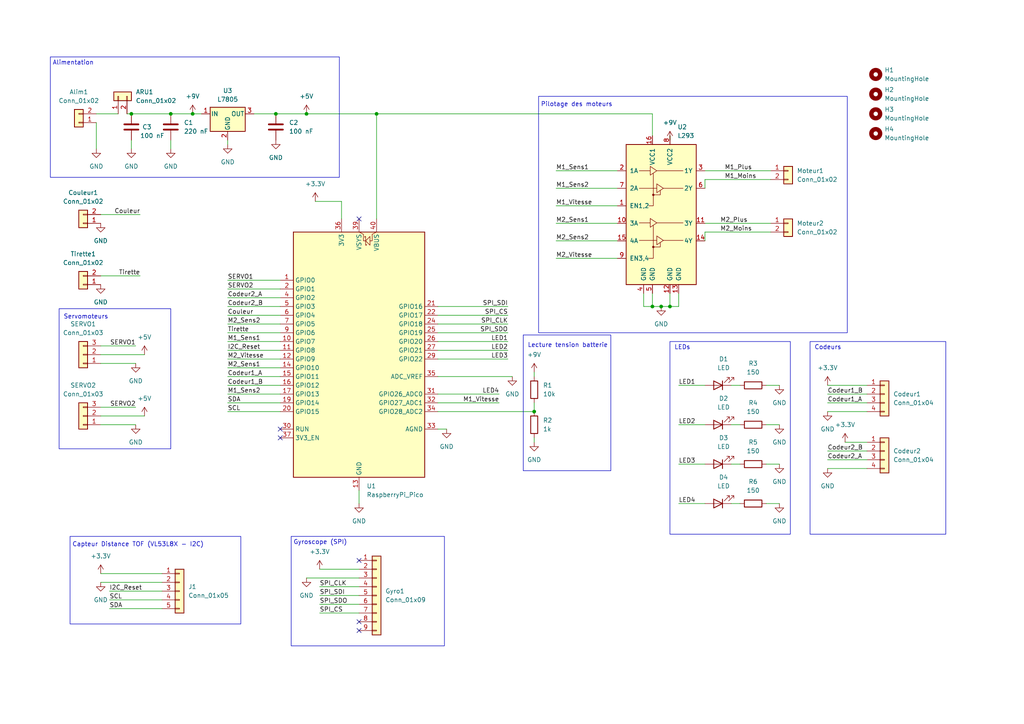
<source format=kicad_sch>
(kicad_sch (version 20230121) (generator eeschema)
  (paper "A4")
  (lib_symbols
    (symbol "Connector_Generic:Conn_01x02" (pin_names (offset 1.016) hide)
      (property "Reference" "J" (at 0 2.54 0))
      (property "Value" "Conn_01x02" (at 0 -5.08 0))
      (symbol "Conn_01x02_1_1"
        (rectangle (start -1.27 -2.413) (end 0 -2.667) (stroke (width 0.1524)))
        (rectangle (start -1.27 0.127) (end 0 -0.127) (stroke (width 0.1524)))
        (rectangle (start -1.27 1.27) (end 1.27 -3.81) (stroke (width 0.254)) (fill (type background)))
        (pin passive line (at -5.08 0 0) (length 3.81) (name "Pin_1") (number "1"))
        (pin passive line (at -5.08 -2.54 0) (length 3.81) (name "Pin_2") (number "2"))
      )
    )
    (symbol "Connector_Generic:Conn_01x03" (pin_names (offset 1.016) hide)
      (property "Reference" "J" (at 0 5.08 0))
      (property "Value" "Conn_01x03" (at 0 -5.08 0))
      (symbol "Conn_01x03_1_1"
        (rectangle (start -1.27 -2.413) (end 0 -2.667) (stroke (width 0.1524)))
        (rectangle (start -1.27 0.127) (end 0 -0.127) (stroke (width 0.1524)))
        (rectangle (start -1.27 2.667) (end 0 2.413) (stroke (width 0.1524)))
        (rectangle (start -1.27 3.81) (end 1.27 -3.81) (stroke (width 0.254)) (fill (type background)))
        (pin passive line (at -5.08 2.54 0) (length 3.81) (name "Pin_1") (number "1"))
        (pin passive line (at -5.08 0 0) (length 3.81) (name "Pin_2") (number "2"))
        (pin passive line (at -5.08 -2.54 0) (length 3.81) (name "Pin_3") (number "3"))
      )
    )
    (symbol "Connector_Generic:Conn_01x04" (pin_names (offset 1.016) hide)
      (property "Reference" "J" (at 0 5.08 0))
      (property "Value" "Conn_01x04" (at 0 -7.62 0))
      (symbol "Conn_01x04_1_1"
        (rectangle (start -1.27 -4.953) (end 0 -5.207) (stroke (width 0.1524)))
        (rectangle (start -1.27 -2.413) (end 0 -2.667) (stroke (width 0.1524)))
        (rectangle (start -1.27 0.127) (end 0 -0.127) (stroke (width 0.1524)))
        (rectangle (start -1.27 2.667) (end 0 2.413) (stroke (width 0.1524)))
        (rectangle (start -1.27 3.81) (end 1.27 -6.35) (stroke (width 0.254)) (fill (type background)))
        (pin passive line (at -5.08 2.54 0) (length 3.81) (name "Pin_1") (number "1"))
        (pin passive line (at -5.08 0 0) (length 3.81) (name "Pin_2") (number "2"))
        (pin passive line (at -5.08 -2.54 0) (length 3.81) (name "Pin_3") (number "3"))
        (pin passive line (at -5.08 -5.08 0) (length 3.81) (name "Pin_4") (number "4"))
      )
    )
    (symbol "Connector_Generic:Conn_01x05" (pin_names (offset 1.016) hide)
      (property "Reference" "J" (at 0 7.62 0))
      (property "Value" "Conn_01x05" (at 0 -7.62 0))
      (symbol "Conn_01x05_1_1"
        (rectangle (start -1.27 -4.953) (end 0 -5.207) (stroke (width 0.1524)))
        (rectangle (start -1.27 -2.413) (end 0 -2.667) (stroke (width 0.1524)))
        (rectangle (start -1.27 0.127) (end 0 -0.127) (stroke (width 0.1524)))
        (rectangle (start -1.27 2.667) (end 0 2.413) (stroke (width 0.1524)))
        (rectangle (start -1.27 5.207) (end 0 4.953) (stroke (width 0.1524)))
        (rectangle (start -1.27 6.35) (end 1.27 -6.35) (stroke (width 0.254)) (fill (type background)))
        (pin passive line (at -5.08 5.08 0) (length 3.81) (name "Pin_1") (number "1"))
        (pin passive line (at -5.08 2.54 0) (length 3.81) (name "Pin_2") (number "2"))
        (pin passive line (at -5.08 0 0) (length 3.81) (name "Pin_3") (number "3"))
        (pin passive line (at -5.08 -2.54 0) (length 3.81) (name "Pin_4") (number "4"))
        (pin passive line (at -5.08 -5.08 0) (length 3.81) (name "Pin_5") (number "5"))
      )
    )
    (symbol "Connector_Generic:Conn_01x09" (pin_names (offset 1.016) hide)
      (property "Reference" "J" (at 0 12.7 0))
      (property "Value" "Conn_01x09" (at 0 -12.7 0))
      (symbol "Conn_01x09_1_1"
        (rectangle (start -1.27 -10.033) (end 0 -10.287) (stroke (width 0.1524)))
        (rectangle (start -1.27 -7.493) (end 0 -7.747) (stroke (width 0.1524)))
        (rectangle (start -1.27 -4.953) (end 0 -5.207) (stroke (width 0.1524)))
        (rectangle (start -1.27 -2.413) (end 0 -2.667) (stroke (width 0.1524)))
        (rectangle (start -1.27 0.127) (end 0 -0.127) (stroke (width 0.1524)))
        (rectangle (start -1.27 2.667) (end 0 2.413) (stroke (width 0.1524)))
        (rectangle (start -1.27 5.207) (end 0 4.953) (stroke (width 0.1524)))
        (rectangle (start -1.27 7.747) (end 0 7.493) (stroke (width 0.1524)))
        (rectangle (start -1.27 10.287) (end 0 10.033) (stroke (width 0.1524)))
        (rectangle (start -1.27 11.43) (end 1.27 -11.43) (stroke (width 0.254)) (fill (type background)))
        (pin passive line (at -5.08 10.16 0) (length 3.81) (name "Pin_1") (number "1"))
        (pin passive line (at -5.08 7.62 0) (length 3.81) (name "Pin_2") (number "2"))
        (pin passive line (at -5.08 5.08 0) (length 3.81) (name "Pin_3") (number "3"))
        (pin passive line (at -5.08 2.54 0) (length 3.81) (name "Pin_4") (number "4"))
        (pin passive line (at -5.08 0 0) (length 3.81) (name "Pin_5") (number "5"))
        (pin passive line (at -5.08 -2.54 0) (length 3.81) (name "Pin_6") (number "6"))
        (pin passive line (at -5.08 -5.08 0) (length 3.81) (name "Pin_7") (number "7"))
        (pin passive line (at -5.08 -7.62 0) (length 3.81) (name "Pin_8") (number "8"))
        (pin passive line (at -5.08 -10.16 0) (length 3.81) (name "Pin_9") (number "9"))
      )
    )
    (symbol "Device:C" (pin_numbers hide) (pin_names (offset 0.254))
      (property "Reference" "C" (at 0.635 2.54 0))
      (property "Value" "C" (at 0.635 -2.54 0))
      (symbol "C_0_1"
        (polyline (pts (xy -2.032 -0.762) (xy 2.032 -0.762)) (stroke (width 0.508)))
        (polyline (pts (xy -2.032 0.762) (xy 2.032 0.762)) (stroke (width 0.508)))
      )
      (symbol "C_1_1"
        (pin passive line (at 0 3.81 270) (length 2.794) (name "~") (number "1"))
        (pin passive line (at 0 -3.81 90) (length 2.794) (name "~") (number "2"))
      )
    )
    (symbol "Device:LED" (pin_numbers hide) (pin_names (offset 1.016) hide)
      (property "Reference" "D" (at 0 2.54 0))
      (property "Value" "LED" (at 0 -2.54 0))
      (symbol "LED_0_1"
        (polyline (pts (xy -1.27 -1.27) (xy -1.27 1.27)) (stroke (width 0.254)))
        (polyline (pts (xy -1.27 0) (xy 1.27 0)))
        (polyline (pts (xy 1.27 -1.27) (xy 1.27 1.27) (xy -1.27 0) (xy 1.27 -1.27)) (stroke (width 0.254)))
        (polyline (pts (xy -3.048 -0.762) (xy -4.572 -2.286) (xy -3.81 -2.286) (xy -4.572 -2.286) (xy -4.572 -1.524)))
        (polyline (pts (xy -1.778 -0.762) (xy -3.302 -2.286) (xy -2.54 -2.286) (xy -3.302 -2.286) (xy -3.302 -1.524)))
      )
      (symbol "LED_1_1"
        (pin passive line (at -3.81 0 0) (length 2.54) (name "K") (number "1"))
        (pin passive line (at 3.81 0 180) (length 2.54) (name "A") (number "2"))
      )
    )
    (symbol "Device:R" (pin_numbers hide) (pin_names (offset 0))
      (property "Reference" "R" (at 2.032 0 90))
      (property "Value" "R" (at 0 0 90))
      (symbol "R_0_1"
        (rectangle (start -1.016 -2.54) (end 1.016 2.54) (stroke (width 0.254)))
      )
      (symbol "R_1_1"
        (pin passive line (at 0 3.81 270) (length 1.27) (name "~") (number "1"))
        (pin passive line (at 0 -3.81 90) (length 1.27) (name "~") (number "2"))
      )
    )
    (symbol "Driver_Motor:L293" (pin_names (offset 1.016))
      (property "Reference" "U" (at -5.08 26.035 0))
      (property "Value" "L293" (at -5.08 24.13 0))
      (symbol "L293_0_1"
        (rectangle (start -10.16 22.86) (end 10.16 -17.78) (stroke (width 0.254)) (fill (type background)))
        (circle (center -2.286 -6.858) (radius 0.254) (fill (type outline)))
        (circle (center -2.286 8.255) (radius 0.254) (fill (type outline)))
        (polyline (pts (xy -6.35 -4.953) (xy -1.27 -4.953)))
        (polyline (pts (xy -6.35 0.127) (xy -3.175 0.127)))
        (polyline (pts (xy -6.35 10.16) (xy -1.27 10.16)))
        (polyline (pts (xy -6.35 15.24) (xy -3.175 15.24)))
        (polyline (pts (xy -1.27 0.127) (xy 6.35 0.127)))
        (polyline (pts (xy -1.27 15.24) (xy 6.35 15.24)))
        (polyline (pts (xy 0.635 -4.953) (xy 6.35 -4.953)))
        (polyline (pts (xy 0.635 10.16) (xy 6.35 10.16)))
        (polyline (pts (xy -2.286 -6.858) (xy -0.254 -6.858) (xy -0.254 -5.588)))
        (polyline (pts (xy -2.286 -0.635) (xy -2.286 -10.16) (xy -3.556 -10.16)))
        (polyline (pts (xy -2.286 8.255) (xy -0.254 8.255) (xy -0.254 9.525)))
        (polyline (pts (xy -2.286 14.478) (xy -2.286 5.08) (xy -3.556 5.08)))
        (polyline (pts (xy -3.175 1.397) (xy -3.175 -1.143) (xy -1.27 0.127) (xy -3.175 1.397)))
        (polyline (pts (xy -3.175 16.51) (xy -3.175 13.97) (xy -1.27 15.24) (xy -3.175 16.51)))
        (polyline (pts (xy -1.27 -3.683) (xy -1.27 -6.223) (xy 0.635 -4.953) (xy -1.27 -3.683)))
        (polyline (pts (xy -1.27 11.43) (xy -1.27 8.89) (xy 0.635 10.16) (xy -1.27 11.43)))
      )
      (symbol "L293_1_1"
        (pin input line (at -12.7 5.08 0) (length 2.54) (name "EN1,2") (number "1"))
        (pin input line (at -12.7 0 0) (length 2.54) (name "3A") (number "10"))
        (pin output line (at 12.7 0 180) (length 2.54) (name "3Y") (number "11"))
        (pin power_in line (at 2.54 -20.32 90) (length 2.54) (name "GND") (number "12"))
        (pin power_in line (at 5.08 -20.32 90) (length 2.54) (name "GND") (number "13"))
        (pin output line (at 12.7 -5.08 180) (length 2.54) (name "4Y") (number "14"))
        (pin input line (at -12.7 -5.08 0) (length 2.54) (name "4A") (number "15"))
        (pin power_in line (at -2.54 25.4 270) (length 2.54) (name "VCC1") (number "16"))
        (pin input line (at -12.7 15.24 0) (length 2.54) (name "1A") (number "2"))
        (pin output line (at 12.7 15.24 180) (length 2.54) (name "1Y") (number "3"))
        (pin power_in line (at -5.08 -20.32 90) (length 2.54) (name "GND") (number "4"))
        (pin power_in line (at -2.54 -20.32 90) (length 2.54) (name "GND") (number "5"))
        (pin output line (at 12.7 10.16 180) (length 2.54) (name "2Y") (number "6"))
        (pin input line (at -12.7 10.16 0) (length 2.54) (name "2A") (number "7"))
        (pin power_in line (at 2.54 25.4 270) (length 2.54) (name "VCC2") (number "8"))
        (pin input line (at -12.7 -10.16 0) (length 2.54) (name "EN3,4") (number "9"))
      )
    )
    (symbol "Mechanical:MountingHole" (pin_names (offset 1.016))
      (property "Reference" "H" (at 0 5.08 0))
      (property "Value" "MountingHole" (at 0 3.175 0))
      (symbol "MountingHole_0_1"
        (circle (center 0 0) (radius 1.27) (stroke (width 1.27)))
      )
    )
    (symbol "Regulator_Linear:L7805" (pin_names (offset 0.254))
      (property "Reference" "U" (at -3.81 3.175 0))
      (property "Value" "L7805" (at 0 3.175 0))
      (symbol "L7805_0_1"
        (rectangle (start -5.08 1.905) (end 5.08 -5.08) (stroke (width 0.254)) (fill (type background)))
      )
      (symbol "L7805_1_1"
        (pin power_in line (at -7.62 0 0) (length 2.54) (name "IN") (number "1"))
        (pin power_in line (at 0 -7.62 90) (length 2.54) (name "GND") (number "2"))
        (pin power_out line (at 7.62 0 180) (length 2.54) (name "OUT") (number "3"))
      )
    )
    (symbol "Rpi Pico:RaspberryPi_Pico"
      (property "Reference" "U" (at -19.05 38.1 0))
      (property "Value" "RaspberryPi_Pico" (at 7.62 38.1 0))
      (symbol "RaspberryPi_Pico_0_1"
        (rectangle (start -19.05 36.83) (end 19.05 -34.29) (stroke (width 0.254)) (fill (type background)))
        (polyline (pts (xy 0 36.83) (xy 1.27 36.195) (xy 1.27 34.29) (xy 1.905 34.29)))
        (polyline (pts (xy 1.905 34.29) (xy 3.175 35.56) (xy 3.175 33.02) (xy 1.905 34.29)))
        (polyline (pts (xy 5.08 36.83) (xy 3.81 36.195) (xy 3.81 34.29) (xy 3.175 34.29)))
        (polyline (pts (xy 1.651 35.306) (xy 1.651 35.56) (xy 1.905 35.56) (xy 1.905 33.02) (xy 2.159 33.02) (xy 2.159 33.274)))
      )
      (symbol "RaspberryPi_Pico_1_1"
        (pin bidirectional line (at -22.86 22.86 0) (length 3.81) (name "GPIO0") (number "1"))
        (pin bidirectional line (at -22.86 5.08 0) (length 3.81) (name "GPIO7") (number "10"))
        (pin bidirectional line (at -22.86 2.54 0) (length 3.81) (name "GPIO8") (number "11"))
        (pin bidirectional line (at -22.86 0 0) (length 3.81) (name "GPIO9") (number "12"))
        (pin power_out line (at 0 -38.1 90) (length 3.81) (name "GND") (number "13"))
        (pin bidirectional line (at -22.86 -2.54 0) (length 3.81) (name "GPIO10") (number "14"))
        (pin bidirectional line (at -22.86 -5.08 0) (length 3.81) (name "GPIO11") (number "15"))
        (pin bidirectional line (at -22.86 -7.62 0) (length 3.81) (name "GPIO12") (number "16"))
        (pin bidirectional line (at -22.86 -10.16 0) (length 3.81) (name "GPIO13") (number "17"))
        (pin passive line (at 0 -38.1 90) (length 3.81) hide (name "GND") (number "18"))
        (pin bidirectional line (at -22.86 -12.7 0) (length 3.81) (name "GPIO14") (number "19"))
        (pin bidirectional line (at -22.86 20.32 0) (length 3.81) (name "GPIO1") (number "2"))
        (pin bidirectional line (at -22.86 -15.24 0) (length 3.81) (name "GPIO15") (number "20"))
        (pin bidirectional line (at 22.86 15.24 180) (length 3.81) (name "GPIO16") (number "21"))
        (pin bidirectional line (at 22.86 12.7 180) (length 3.81) (name "GPIO17") (number "22"))
        (pin passive line (at 0 -38.1 90) (length 3.81) hide (name "GND") (number "23"))
        (pin bidirectional line (at 22.86 10.16 180) (length 3.81) (name "GPIO18") (number "24"))
        (pin bidirectional line (at 22.86 7.62 180) (length 3.81) (name "GPIO19") (number "25"))
        (pin bidirectional line (at 22.86 5.08 180) (length 3.81) (name "GPIO20") (number "26"))
        (pin bidirectional line (at 22.86 2.54 180) (length 3.81) (name "GPIO21") (number "27"))
        (pin passive line (at 0 -38.1 90) (length 3.81) hide (name "GND") (number "28"))
        (pin bidirectional line (at 22.86 0 180) (length 3.81) (name "GPIO22") (number "29"))
        (pin passive line (at 0 -38.1 90) (length 3.81) hide (name "GND") (number "3"))
        (pin input line (at -22.86 -20.32 0) (length 3.81) (name "RUN") (number "30"))
        (pin bidirectional line (at 22.86 -10.16 180) (length 3.81) (name "GPIO26_ADC0") (number "31"))
        (pin bidirectional line (at 22.86 -12.7 180) (length 3.81) (name "GPIO27_ADC1") (number "32"))
        (pin power_in line (at 22.86 -20.32 180) (length 3.81) (name "AGND") (number "33"))
        (pin bidirectional line (at 22.86 -15.24 180) (length 3.81) (name "GPIO28_ADC2") (number "34"))
        (pin power_in line (at 22.86 -5.08 180) (length 3.81) (name "ADC_VREF") (number "35"))
        (pin power_out line (at -5.08 40.64 270) (length 3.81) (name "3V3") (number "36"))
        (pin input line (at -22.86 -22.86 0) (length 3.81) (name "3V3_EN") (number "37"))
        (pin passive line (at 0 -38.1 90) (length 3.81) hide (name "GND") (number "38"))
        (pin power_in line (at 0 40.64 270) (length 3.81) (name "VSYS") (number "39"))
        (pin bidirectional line (at -22.86 17.78 0) (length 3.81) (name "GPIO2") (number "4"))
        (pin power_out line (at 5.08 40.64 270) (length 3.81) (name "VBUS") (number "40"))
        (pin bidirectional line (at -22.86 15.24 0) (length 3.81) (name "GPIO3") (number "5"))
        (pin bidirectional line (at -22.86 12.7 0) (length 3.81) (name "GPIO4") (number "6"))
        (pin bidirectional line (at -22.86 10.16 0) (length 3.81) (name "GPIO5") (number "7"))
        (pin passive line (at 0 -38.1 90) (length 3.81) hide (name "GND") (number "8"))
        (pin bidirectional line (at -22.86 7.62 0) (length 3.81) (name "GPIO6") (number "9"))
      )
    )
    (symbol "power:+3.3V" (power) (pin_names (offset 0))
      (property "Value" "+3.3V" (at 0 3.556 0))
      (symbol "+3.3V_0_1"
        (polyline (pts (xy -0.762 1.27) (xy 0 2.54)))
        (polyline (pts (xy 0 0) (xy 0 2.54)))
        (polyline (pts (xy 0 2.54) (xy 0.762 1.27)))
      )
      (symbol "+3.3V_1_1"
        (pin power_in line (at 0 0 90) (length 0) hide (name "+3.3V") (number "1"))
      )
    )
    (symbol "power:+5V" (power) (pin_names (offset 0))
      (property "Value" "+5V" (at 0 3.556 0))
      (symbol "+5V_0_1"
        (polyline (pts (xy -0.762 1.27) (xy 0 2.54)))
        (polyline (pts (xy 0 0) (xy 0 2.54)))
        (polyline (pts (xy 0 2.54) (xy 0.762 1.27)))
      )
      (symbol "+5V_1_1"
        (pin power_in line (at 0 0 90) (length 0) hide (name "+5V") (number "1"))
      )
    )
    (symbol "power:+9V" (power) (pin_names (offset 0))
      (property "Value" "+9V" (at 0 3.556 0))
      (symbol "+9V_0_1"
        (polyline (pts (xy -0.762 1.27) (xy 0 2.54)))
        (polyline (pts (xy 0 0) (xy 0 2.54)))
        (polyline (pts (xy 0 2.54) (xy 0.762 1.27)))
      )
      (symbol "+9V_1_1"
        (pin power_in line (at 0 0 90) (length 0) hide (name "+9V") (number "1"))
      )
    )
    (symbol "power:GND" (power) (pin_names (offset 0))
      (property "Value" "GND" (at 0 -3.81 0))
      (symbol "GND_0_1"
        (polyline (pts (xy 0 0) (xy 0 -1.27) (xy 1.27 -1.27) (xy 0 -2.54) (xy -1.27 -1.27) (xy 0 -1.27)))
      )
      (symbol "GND_1_1"
        (pin power_in line (at 0 0 270) (length 0) hide (name "GND") (number "1"))
      )
    )
  )
  (junction (at 191.77 88.9))
  (junction (at 38.1 33.02))
  (junction (at 109.22 33.02))
  (junction (at 49.53 33.02))
  (junction (at 189.23 88.9))
  (junction (at 154.94 119.38))
  (junction (at 194.31 88.9))
  (junction (at 80.01 33.02))
  (junction (at 55.88 33.02))
  (junction (at 88.9 33.02))
  (no_connect (at 104.14 162.56))
  (no_connect (at 81.28 127))
  (no_connect (at 81.28 124.46))
  (no_connect (at 104.14 180.34))
  (no_connect (at 104.14 182.88))
  (no_connect (at 104.14 63.5))
  (wire (pts (xy 66.04 93.98) (xy 81.28 93.98)))
  (wire (pts (xy 66.04 104.14) (xy 81.28 104.14)))
  (wire (pts (xy 186.69 88.9) (xy 189.23 88.9)))
  (wire (pts (xy 186.69 85.09) (xy 186.69 88.9)))
  (wire (pts (xy 127 91.44) (xy 147.32 91.44)))
  (wire (pts (xy 154.94 116.84) (xy 154.94 119.38)))
  (wire (pts (xy 212.09 146.05) (xy 214.63 146.05)))
  (wire (pts (xy 27.94 35.56) (xy 27.94 43.18)))
  (wire (pts (xy 73.66 33.02) (xy 80.01 33.02)))
  (wire (pts (xy 127 116.84) (xy 144.78 116.84)))
  (wire (pts (xy 88.9 167.64) (xy 104.14 167.64)))
  (wire (pts (xy 204.47 64.77) (xy 223.52 64.77)))
  (wire (pts (xy 38.1 43.18) (xy 38.1 40.64)))
  (wire (pts (xy 66.04 101.6) (xy 81.28 101.6)))
  (wire (pts (xy 196.85 88.9) (xy 196.85 85.09)))
  (wire (pts (xy 92.71 170.18) (xy 104.14 170.18)))
  (wire (pts (xy 92.71 172.72) (xy 104.14 172.72)))
  (wire (pts (xy 29.21 80.01) (xy 40.64 80.01)))
  (wire (pts (xy 66.04 91.44) (xy 81.28 91.44)))
  (wire (pts (xy 240.03 119.38) (xy 251.46 119.38)))
  (wire (pts (xy 212.09 123.19) (xy 214.63 123.19)))
  (wire (pts (xy 66.04 83.82) (xy 81.28 83.82)))
  (wire (pts (xy 161.29 54.61) (xy 179.07 54.61)))
  (wire (pts (xy 240.03 114.3) (xy 251.46 114.3)))
  (wire (pts (xy 127 104.14) (xy 147.32 104.14)))
  (wire (pts (xy 127 109.22) (xy 148.59 109.22)))
  (wire (pts (xy 127 101.6) (xy 147.32 101.6)))
  (wire (pts (xy 240.03 116.84) (xy 251.46 116.84)))
  (wire (pts (xy 204.47 49.53) (xy 223.52 49.53)))
  (wire (pts (xy 88.9 33.02) (xy 109.22 33.02)))
  (wire (pts (xy 66.04 116.84) (xy 81.28 116.84)))
  (wire (pts (xy 127 88.9) (xy 147.32 88.9)))
  (wire (pts (xy 196.85 111.76) (xy 204.47 111.76)))
  (wire (pts (xy 226.06 146.05) (xy 222.25 146.05)))
  (wire (pts (xy 189.23 88.9) (xy 191.77 88.9)))
  (wire (pts (xy 36.83 33.02) (xy 38.1 33.02)))
  (wire (pts (xy 92.71 175.26) (xy 104.14 175.26)))
  (wire (pts (xy 161.29 69.85) (xy 179.07 69.85)))
  (wire (pts (xy 161.29 59.69) (xy 179.07 59.69)))
  (wire (pts (xy 191.77 88.9) (xy 194.31 88.9)))
  (wire (pts (xy 226.06 111.76) (xy 222.25 111.76)))
  (wire (pts (xy 127 99.06) (xy 147.32 99.06)))
  (wire (pts (xy 212.09 134.62) (xy 214.63 134.62)))
  (wire (pts (xy 222.25 123.19) (xy 226.06 123.19)))
  (wire (pts (xy 66.04 40.64) (xy 66.04 41.91)))
  (wire (pts (xy 223.52 52.07) (xy 204.47 52.07)))
  (wire (pts (xy 27.94 33.02) (xy 34.29 33.02)))
  (wire (pts (xy 66.04 119.38) (xy 81.28 119.38)))
  (wire (pts (xy 109.22 33.02) (xy 109.22 63.5)))
  (wire (pts (xy 66.04 106.68) (xy 81.28 106.68)))
  (wire (pts (xy 154.94 107.95) (xy 154.94 109.22)))
  (wire (pts (xy 127 93.98) (xy 147.32 93.98)))
  (wire (pts (xy 222.25 134.62) (xy 226.06 134.62)))
  (wire (pts (xy 204.47 67.31) (xy 204.47 69.85)))
  (wire (pts (xy 154.94 127) (xy 154.94 128.27)))
  (wire (pts (xy 29.21 62.23) (xy 40.64 62.23)))
  (wire (pts (xy 189.23 85.09) (xy 189.23 88.9)))
  (wire (pts (xy 127 96.52) (xy 147.32 96.52)))
  (wire (pts (xy 194.31 40.64) (xy 194.31 39.37)))
  (wire (pts (xy 127 114.3) (xy 144.78 114.3)))
  (wire (pts (xy 240.03 135.89) (xy 251.46 135.89)))
  (wire (pts (xy 66.04 114.3) (xy 81.28 114.3)))
  (wire (pts (xy 196.85 146.05) (xy 204.47 146.05)))
  (wire (pts (xy 196.85 123.19) (xy 204.47 123.19)))
  (wire (pts (xy 194.31 88.9) (xy 196.85 88.9)))
  (wire (pts (xy 49.53 40.64) (xy 49.53 43.18)))
  (wire (pts (xy 31.75 176.53) (xy 46.99 176.53)))
  (wire (pts (xy 29.21 102.87) (xy 41.91 102.87)))
  (wire (pts (xy 29.21 168.91) (xy 46.99 168.91)))
  (wire (pts (xy 49.53 33.02) (xy 55.88 33.02)))
  (wire (pts (xy 204.47 52.07) (xy 204.47 54.61)))
  (wire (pts (xy 212.09 111.76) (xy 214.63 111.76)))
  (wire (pts (xy 66.04 86.36) (xy 81.28 86.36)))
  (wire (pts (xy 66.04 109.22) (xy 81.28 109.22)))
  (wire (pts (xy 31.75 171.45) (xy 46.99 171.45)))
  (wire (pts (xy 99.06 63.5) (xy 99.06 58.42)))
  (wire (pts (xy 161.29 64.77) (xy 179.07 64.77)))
  (wire (pts (xy 31.75 173.99) (xy 46.99 173.99)))
  (wire (pts (xy 92.71 177.8) (xy 104.14 177.8)))
  (wire (pts (xy 29.21 123.19) (xy 39.37 123.19)))
  (wire (pts (xy 109.22 33.02) (xy 189.23 33.02)))
  (wire (pts (xy 127 124.46) (xy 129.54 124.46)))
  (wire (pts (xy 66.04 88.9) (xy 81.28 88.9)))
  (wire (pts (xy 29.21 100.33) (xy 39.37 100.33)))
  (wire (pts (xy 66.04 96.52) (xy 81.28 96.52)))
  (wire (pts (xy 240.03 111.76) (xy 251.46 111.76)))
  (wire (pts (xy 194.31 85.09) (xy 194.31 88.9)))
  (wire (pts (xy 104.14 142.24) (xy 104.14 146.05)))
  (wire (pts (xy 91.44 58.42) (xy 99.06 58.42)))
  (wire (pts (xy 196.85 134.62) (xy 204.47 134.62)))
  (wire (pts (xy 204.47 67.31) (xy 223.52 67.31)))
  (wire (pts (xy 161.29 74.93) (xy 179.07 74.93)))
  (wire (pts (xy 66.04 111.76) (xy 81.28 111.76)))
  (wire (pts (xy 55.88 33.02) (xy 58.42 33.02)))
  (wire (pts (xy 240.03 130.81) (xy 251.46 130.81)))
  (wire (pts (xy 189.23 33.02) (xy 189.23 39.37)))
  (wire (pts (xy 161.29 49.53) (xy 179.07 49.53)))
  (wire (pts (xy 29.21 118.11) (xy 39.37 118.11)))
  (wire (pts (xy 66.04 99.06) (xy 81.28 99.06)))
  (wire (pts (xy 127 119.38) (xy 154.94 119.38)))
  (wire (pts (xy 80.01 33.02) (xy 88.9 33.02)))
  (wire (pts (xy 38.1 33.02) (xy 49.53 33.02)))
  (wire (pts (xy 245.11 128.27) (xy 251.46 128.27)))
  (wire (pts (xy 240.03 133.35) (xy 251.46 133.35)))
  (wire (pts (xy 92.71 165.1) (xy 104.14 165.1)))
  (wire (pts (xy 29.21 105.41) (xy 39.37 105.41)))
  (wire (pts (xy 29.21 120.65) (xy 41.91 120.65)))
  (wire (pts (xy 66.04 81.28) (xy 81.28 81.28)))
  (wire (pts (xy 29.21 166.37) (xy 46.99 166.37)))
  (rectangle (start 84.455 155.575) (end 128.905 187.325))
  (rectangle (start 151.765 97.155) (end 177.165 136.525))
  (rectangle (start 156.21 27.94) (end 245.745 96.52))
  (rectangle (start 194.31 99.06) (end 229.235 154.94))
  (rectangle (start 17.145 89.535) (end 49.53 130.175))
  (rectangle (start 234.95 99.06) (end 274.32 154.94))
  (rectangle (start 20.32 155.575) (end 69.85 180.975))
  (rectangle (start 98.425 51.435) (end 14.605 16.51))
  (text "Capteur Distance TOF (VL53L8X - I2C)\n" (at 20.955 158.75 0) (effects (font (size 1.27 1.27)) (justify left bottom)))
  (text "Gyroscope (SPI)\n" (at 85.09 158.115 0) (effects (font (size 1.27 1.27)) (justify left bottom)))
  (text "LEDs\n" (at 195.58 101.6 0) (effects (font (size 1.27 1.27)) (justify left bottom)))
  (text "Pilotage des moteurs" (at 156.845 31.115 0) (effects (font (size 1.27 1.27)) (justify left bottom)))
  (text "Lecture tension batterie" (at 153.035 100.965 0) (effects (font (size 1.27 1.27)) (justify left bottom)))
  (text "Codeurs" (at 236.22 101.6 0) (effects (font (size 1.27 1.27)) (justify left bottom)))
  (text "Servomoteurs" (at 18.415 92.71 0) (effects (font (size 1.27 1.27)) (justify left bottom)))
  (text "Alimentation\n" (at 15.24 19.05 0) (effects (font (size 1.27 1.27)) (justify left bottom)))
  (label "M1_Sens1" (at 66.04 99.06 0))
  (label "M1_Sens2" (at 161.29 54.61 0))
  (label "SPI_SDO" (at 147.32 96.52 180))
  (label "M2_Moins" (at 208.915 67.31 0))
  (label "I2C_Reset" (at 31.75 171.45 0))
  (label "Codeur2_B" (at 240.03 130.81 0))
  (label "Tirette" (at 40.64 80.01 180))
  (label "SPI_CS" (at 147.32 91.44 180))
  (label "Codeur1_A" (at 66.04 109.22 0))
  (label "SPI_SDI" (at 92.71 172.72 0))
  (label "SPI_CLK" (at 147.32 93.98 180))
  (label "Tirette" (at 66.04 96.52 0))
  (label "M2_Sens2" (at 161.29 69.85 0))
  (label "SERVO1" (at 66.04 81.28 0))
  (label "M2_Plus" (at 208.915 64.77 0))
  (label "SERVO1" (at 39.37 100.33 180))
  (label "M2_Sens2" (at 66.04 93.98 0))
  (label "M1_Plus" (at 210.185 49.53 0))
  (label "SPI_SDO" (at 92.71 175.26 0))
  (label "SDA" (at 66.04 116.84 0))
  (label "Couleur" (at 40.64 62.23 180))
  (label "I2C_Reset" (at 66.04 101.6 0))
  (label "M1_Sens1" (at 161.29 49.53 0))
  (label "M2_Vitesse" (at 161.29 74.93 0))
  (label "LED4" (at 144.78 114.3 180))
  (label "Couleur" (at 66.04 91.44 0))
  (label "SPI_CLK" (at 92.71 170.18 0))
  (label "Codeur2_B" (at 66.04 88.9 0))
  (label "LED1" (at 196.85 111.76 0))
  (label "M1_Moins" (at 210.185 52.07 0))
  (label "SCL" (at 66.04 119.38 0))
  (label "LED2" (at 196.85 123.19 0))
  (label "LED1" (at 147.32 99.06 180))
  (label "LED4" (at 196.85 146.05 0))
  (label "SERVO2" (at 66.04 83.82 0))
  (label "Codeur1_A" (at 240.03 116.84 0))
  (label "M1_Vitesse" (at 161.29 59.69 0))
  (label "Codeur1_B" (at 66.04 111.76 0))
  (label "LED3" (at 196.85 134.62 0))
  (label "M1_Vitesse" (at 144.78 116.84 180))
  (label "M1_Sens2" (at 66.04 114.3 0))
  (label "LED3" (at 147.32 104.14 180))
  (label "Codeur1_B" (at 240.03 114.3 0))
  (label "SERVO2" (at 39.37 118.11 180))
  (label "SCL" (at 31.75 173.99 0))
  (label "M2_Sens1" (at 66.04 106.68 0))
  (label "Codeur2_A" (at 66.04 86.36 0))
  (label "LED2" (at 147.32 101.6 180))
  (label "SDA" (at 31.75 176.53 0))
  (label "M2_Vitesse" (at 66.04 104.14 0))
  (label "SPI_CS" (at 92.71 177.8 0))
  (label "Codeur2_A" (at 240.03 133.35 0))
  (label "SPI_SDI" (at 147.32 88.9 180))
  (label "M2_Sens1" (at 161.29 64.77 0))
  (symbol (lib_id "Connector_Generic:Conn_01x04") (at 256.54 130.81 0) (unit 1)
    (property "Reference" "Codeur2" (at 259.08 130.81 0) (effects (justify left)))
    (property "Value" "Conn_01x04" (at 259.08 133.35 0) (effects (justify left)))
    (property "Footprint" "Connector_Molex:Molex_KK-254_AE-6410-04A_1x04_P2.54mm_Vertical" (effects hide))
  )
  (symbol (lib_id "Device:R") (at 154.94 123.19 0) (unit 1)
    (property "Reference" "R2" (at 157.48 121.92 0) (effects (justify left)))
    (property "Value" "1k" (at 157.48 124.46 0) (effects (justify left)))
    (property "Footprint" "Resistor_THT:R_Axial_DIN0207_L6.3mm_D2.5mm_P7.62mm_Horizontal" (effects hide))
  )
  (symbol (lib_id "Mechanical:MountingHole") (at 254 33.02 0) (unit 1)
    (property "Reference" "H3" (at 256.54 31.75 0) (effects (justify left)))
    (property "Value" "MountingHole" (at 256.54 34.29 0) (effects (justify left)))
    (property "Footprint" "MountingHole:MountingHole_3mm" (effects hide))
  )
  (symbol (lib_id "power:GND") (at 66.04 41.91 0) (unit 1)
    (property "Reference" "#PWR02" (effects hide))
    (property "Value" "GND" (at 66.04 46.99 0))
  )
  (symbol (lib_id "Device:R") (at 154.94 113.03 0) (unit 1)
    (property "Reference" "R1" (at 157.48 111.76 0) (effects (justify left)))
    (property "Value" "10k" (at 157.48 114.3 0) (effects (justify left)))
    (property "Footprint" "Resistor_THT:R_Axial_DIN0207_L6.3mm_D2.5mm_P7.62mm_Horizontal" (effects hide))
  )
  (symbol (lib_id "power:+5V") (at 41.91 120.65 0) (unit 1)
    (property "Reference" "#PWR019" (effects hide))
    (property "Value" "+5V" (at 41.91 115.57 0))
  )
  (symbol (lib_id "power:GND") (at 39.37 123.19 0) (unit 1)
    (property "Reference" "#PWR018" (effects hide))
    (property "Value" "GND" (at 39.37 128.27 0))
  )
  (symbol (lib_id "Connector_Generic:Conn_01x02") (at 24.13 82.55 180) (unit 1)
    (property "Reference" "Tirette1" (at 24.13 73.66 0))
    (property "Value" "Conn_01x02" (at 24.13 76.2 0))
    (property "Footprint" "Connector_Molex:Molex_KK-254_AE-6410-02A_1x02_P2.54mm_Vertical" (effects hide))
  )
  (symbol (lib_id "Device:C") (at 49.53 36.83 0) (unit 1)
    (property "Reference" "C1" (at 53.34 35.56 0) (effects (justify left)))
    (property "Value" "220 nF" (at 53.34 38.1 0) (effects (justify left)))
    (property "Footprint" "Capacitor_THT:C_Axial_L3.8mm_D2.6mm_P7.50mm_Horizontal" (effects hide))
  )
  (symbol (lib_id "power:GND") (at 88.9 167.64 0) (unit 1)
    (property "Reference" "#PWR024" (effects hide))
    (property "Value" "GND" (at 88.9 172.72 0))
  )
  (symbol (lib_id "power:GND") (at 226.06 123.19 0) (mirror y) (unit 1)
    (property "Reference" "#PWR031" (effects hide))
    (property "Value" "GND" (at 226.06 128.27 0))
  )
  (symbol (lib_id "power:+9V") (at 194.31 40.64 0) (unit 1)
    (property "Reference" "#PWR04" (effects hide))
    (property "Value" "+9V" (at 194.31 35.56 0))
  )
  (symbol (lib_id "Driver_Motor:L293") (at 191.77 64.77 0) (unit 1)
    (property "Reference" "U2" (at 196.5041 36.83 0) (effects (justify left)))
    (property "Value" "L293" (at 196.5041 39.37 0) (effects (justify left)))
    (property "Footprint" "Package_DIP:DIP-16_W7.62mm" (effects hide))
    (property "Datasheet" "http://www.ti.com/lit/ds/symlink/l293.pdf" (effects hide))
  )
  (symbol (lib_id "Device:LED") (at 208.28 146.05 180) (unit 1)
    (property "Reference" "D4" (at 209.8675 138.43 0))
    (property "Value" "LED" (at 209.8675 140.97 0))
    (property "Footprint" "LED_THT:LED_D3.0mm" (effects hide))
  )
  (symbol (lib_id "Connector_Generic:Conn_01x03") (at 24.13 102.87 180) (unit 1)
    (property "Reference" "SERVO1" (at 24.13 93.98 0))
    (property "Value" "Conn_01x03" (at 24.13 96.52 0))
    (property "Footprint" "Connector_Molex:Molex_KK-254_AE-6410-03A_1x03_P2.54mm_Vertical" (effects hide))
  )
  (symbol (lib_id "power:GND") (at 39.37 105.41 0) (unit 1)
    (property "Reference" "#PWR015" (effects hide))
    (property "Value" "GND" (at 39.37 110.49 0))
  )
  (symbol (lib_id "power:+9V") (at 55.88 33.02 0) (unit 1)
    (property "Reference" "#PWR03" (effects hide))
    (property "Value" "+9V" (at 55.88 27.94 0))
  )
  (symbol (lib_id "power:GND") (at 148.59 109.22 0) (mirror y) (unit 1)
    (property "Reference" "#PWR025" (effects hide))
    (property "Value" "GND" (at 148.59 114.3 0))
  )
  (symbol (lib_id "power:+5V") (at 88.9 33.02 0) (unit 1)
    (property "Reference" "#PWR016" (effects hide))
    (property "Value" "+5V" (at 88.9 27.94 0))
  )
  (symbol (lib_id "Mechanical:MountingHole") (at 254 38.735 0) (unit 1)
    (property "Reference" "H4" (at 256.54 37.465 0) (effects (justify left)))
    (property "Value" "MountingHole" (at 256.54 40.005 0) (effects (justify left)))
    (property "Footprint" "MountingHole:MountingHole_3mm" (effects hide))
  )
  (symbol (lib_id "power:GND") (at 226.06 111.76 0) (mirror y) (unit 1)
    (property "Reference" "#PWR022" (effects hide))
    (property "Value" "GND" (at 226.06 116.84 0))
  )
  (symbol (lib_id "power:GND") (at 240.03 119.38 0) (unit 1)
    (property "Reference" "#PWR020" (effects hide))
    (property "Value" "GND" (at 240.03 124.46 0))
  )
  (symbol (lib_id "Connector_Generic:Conn_01x02") (at 24.13 64.77 180) (unit 1)
    (property "Reference" "Couleur1" (at 24.13 55.88 0))
    (property "Value" "Conn_01x02" (at 24.13 58.42 0))
    (property "Footprint" "Connector_Molex:Molex_KK-254_AE-6410-02A_1x02_P2.54mm_Vertical" (effects hide))
  )
  (symbol (lib_id "power:+3.3V") (at 240.03 111.76 0) (unit 1)
    (property "Reference" "#PWR034" (effects hide))
    (property "Value" "+3.3V" (at 240.03 106.68 0))
  )
  (symbol (lib_id "Connector_Generic:Conn_01x03") (at 24.13 120.65 180) (unit 1)
    (property "Reference" "SERVO2" (at 24.13 111.76 0))
    (property "Value" "Conn_01x03" (at 24.13 114.3 0))
    (property "Footprint" "Connector_Molex:Molex_KK-254_AE-6410-03A_1x03_P2.54mm_Vertical" (effects hide))
  )
  (symbol (lib_id "Connector_Generic:Conn_01x02") (at 34.29 27.94 90) (unit 1)
    (property "Reference" "ARU1" (at 39.37 26.67 90) (effects (justify right)))
    (property "Value" "Conn_01x02" (at 39.37 29.21 90) (effects (justify right)))
    (property "Footprint" "Connector_Molex:Molex_KK-254_AE-6410-02A_1x02_P2.54mm_Vertical" (effects hide))
  )
  (symbol (lib_id "power:GND") (at 240.03 135.89 0) (unit 1)
    (property "Reference" "#PWR021" (effects hide))
    (property "Value" "GND" (at 240.03 140.97 0))
  )
  (symbol (lib_id "Device:LED") (at 208.28 123.19 180) (unit 1)
    (property "Reference" "D2" (at 209.8675 115.57 0))
    (property "Value" "LED" (at 209.8675 118.11 0))
    (property "Footprint" "LED_THT:LED_D3.0mm" (effects hide))
  )
  (symbol (lib_id "power:+3.3V") (at 91.44 58.42 0) (unit 1)
    (property "Reference" "#PWR013" (effects hide))
    (property "Value" "+3.3V" (at 91.44 53.34 0))
  )
  (symbol (lib_id "power:GND") (at 29.21 82.55 0) (unit 1)
    (property "Reference" "#PWR011" (effects hide))
    (property "Value" "GND" (at 29.21 87.63 0))
  )
  (symbol (lib_id "power:+3.3V") (at 92.71 165.1 0) (unit 1)
    (property "Reference" "#PWR023" (effects hide))
    (property "Value" "+3.3V" (at 92.71 160.02 0))
  )
  (symbol (lib_id "power:+5V") (at 41.91 102.87 0) (unit 1)
    (property "Reference" "#PWR017" (effects hide))
    (property "Value" "+5V" (at 41.91 97.79 0))
  )
  (symbol (lib_id "Rpi Pico:RaspberryPi_Pico") (at 104.14 104.14 0) (unit 1)
    (property "Reference" "U1" (at 106.3341 140.97 0) (effects (justify left)))
    (property "Value" "RaspberryPi_Pico" (at 106.3341 143.51 0) (effects (justify left)))
    (property "Footprint" "Rpi Pico:RaspberryPi_Pico_Common_SKY" (effects hide))
    (property "Datasheet" "https://datasheets.raspberrypi.com/pico/pico-datasheet.pdf" (effects hide))
  )
  (symbol (lib_id "Mechanical:MountingHole") (at 254 27.305 0) (unit 1)
    (property "Reference" "H2" (at 256.54 26.035 0) (effects (justify left)))
    (property "Value" "MountingHole" (at 256.54 28.575 0) (effects (justify left)))
    (property "Footprint" "MountingHole:MountingHole_3mm" (effects hide))
  )
  (symbol (lib_id "power:GND") (at 49.53 43.18 0) (unit 1)
    (property "Reference" "#PWR029" (effects hide))
    (property "Value" "GND" (at 49.53 48.26 0))
  )
  (symbol (lib_id "power:GND") (at 226.06 146.05 0) (mirror y) (unit 1)
    (property "Reference" "#PWR033" (effects hide))
    (property "Value" "GND" (at 226.06 151.13 0))
  )
  (symbol (lib_id "power:+3.3V") (at 245.11 128.27 0) (unit 1)
    (property "Reference" "#PWR035" (effects hide))
    (property "Value" "+3.3V" (at 245.11 123.19 0))
  )
  (symbol (lib_id "power:GND") (at 29.21 64.77 0) (unit 1)
    (property "Reference" "#PWR010" (effects hide))
    (property "Value" "GND" (at 29.21 69.85 0))
  )
  (symbol (lib_id "Device:LED") (at 208.28 134.62 180) (unit 1)
    (property "Reference" "D3" (at 209.8675 127 0))
    (property "Value" "LED" (at 209.8675 129.54 0))
    (property "Footprint" "LED_THT:LED_D3.0mm" (effects hide))
  )
  (symbol (lib_id "power:+3.3V") (at 29.21 166.37 0) (mirror y) (unit 1)
    (property "Reference" "#PWR014" (effects hide))
    (property "Value" "+3.3V" (at 29.21 161.29 0))
  )
  (symbol (lib_id "power:GND") (at 29.21 168.91 0) (mirror y) (unit 1)
    (property "Reference" "#PWR012" (effects hide))
    (property "Value" "GND" (at 29.21 173.99 0))
  )
  (symbol (lib_id "Regulator_Linear:L7805") (at 66.04 33.02 0) (unit 1)
    (property "Reference" "U3" (at 66.04 26.289 0))
    (property "Value" "L7805" (at 66.04 28.829 0))
    (property "Footprint" "Package_TO_SOT_THT:TO-220F-3_Vertical" (effects hide))
    (property "Datasheet" "http://www.st.com/content/ccc/resource/technical/document/datasheet/41/4f/b3/b0/12/d4/47/88/CD00000444.pdf/files/CD00000444.pdf/jcr:content/translations/en.CD00000444.pdf" (effects hide))
  )
  (symbol (lib_id "Device:R") (at 218.44 123.19 90) (unit 1)
    (property "Reference" "R4" (at 218.44 116.84 90))
    (property "Value" "150" (at 218.44 119.38 90))
    (property "Footprint" "Resistor_THT:R_Axial_DIN0207_L6.3mm_D2.5mm_P7.62mm_Horizontal" (effects hide))
  )
  (symbol (lib_id "Device:R") (at 218.44 111.76 90) (unit 1)
    (property "Reference" "R3" (at 218.44 105.41 90))
    (property "Value" "150" (at 218.44 107.95 90))
    (property "Footprint" "Resistor_THT:R_Axial_DIN0207_L6.3mm_D2.5mm_P7.62mm_Horizontal" (effects hide))
  )
  (symbol (lib_id "Device:LED") (at 208.28 111.76 180) (unit 1)
    (property "Reference" "D1" (at 209.8675 104.14 0))
    (property "Value" "LED" (at 209.8675 106.68 0))
    (property "Footprint" "LED_THT:LED_D3.0mm" (effects hide))
  )
  (symbol (lib_id "power:GND") (at 38.1 43.18 0) (unit 1)
    (property "Reference" "#PWR028" (effects hide))
    (property "Value" "GND" (at 38.1 48.26 0))
  )
  (symbol (lib_id "power:GND") (at 226.06 134.62 0) (mirror y) (unit 1)
    (property "Reference" "#PWR032" (effects hide))
    (property "Value" "GND" (at 226.06 139.7 0))
  )
  (symbol (lib_id "power:GND") (at 191.77 88.9 0) (unit 1)
    (property "Reference" "#PWR05" (effects hide))
    (property "Value" "GND" (at 191.77 93.98 0))
  )
  (symbol (lib_id "Connector_Generic:Conn_01x02") (at 228.6 64.77 0) (unit 1)
    (property "Reference" "Moteur2" (at 231.14 64.77 0) (effects (justify left)))
    (property "Value" "Conn_01x02" (at 231.14 67.31 0) (effects (justify left)))
    (property "Footprint" "Connector_Molex:Molex_KK-254_AE-6410-02A_1x02_P2.54mm_Vertical" (effects hide))
  )
  (symbol (lib_id "power:+9V") (at 154.94 107.95 0) (unit 1)
    (property "Reference" "#PWR09" (effects hide))
    (property "Value" "+9V" (at 154.94 102.87 0))
  )
  (symbol (lib_id "Connector_Generic:Conn_01x05") (at 52.07 171.45 0) (unit 1)
    (property "Reference" "J1" (at 54.61 170.18 0) (effects (justify left)))
    (property "Value" "Conn_01x05" (at 54.61 172.72 0) (effects (justify left)))
    (property "Footprint" "Connector_Molex:Molex_KK-254_AE-6410-05A_1x05_P2.54mm_Vertical" (effects hide))
  )
  (symbol (lib_id "Device:C") (at 38.1 36.83 0) (unit 1)
    (property "Reference" "C3" (at 41.275 36.83 0) (effects (justify left)))
    (property "Value" "100 nF" (at 40.64 39.37 0) (effects (justify left)))
    (property "Footprint" "Capacitor_THT:C_Axial_L3.8mm_D2.6mm_P7.50mm_Horizontal" (effects hide))
  )
  (symbol (lib_id "power:GND") (at 129.54 124.46 0) (mirror y) (unit 1)
    (property "Reference" "#PWR07" (effects hide))
    (property "Value" "GND" (at 129.54 129.54 0))
  )
  (symbol (lib_id "Connector_Generic:Conn_01x02") (at 228.6 49.53 0) (unit 1)
    (property "Reference" "Moteur1" (at 231.14 49.53 0) (effects (justify left)))
    (property "Value" "Conn_01x02" (at 231.14 52.07 0) (effects (justify left)))
    (property "Footprint" "Connector_Molex:Molex_KK-254_AE-6410-02A_1x02_P2.54mm_Vertical" (effects hide))
  )
  (symbol (lib_id "power:GND") (at 80.01 40.64 0) (unit 1)
    (property "Reference" "#PWR030" (effects hide))
    (property "Value" "GND" (at 80.01 45.72 0))
  )
  (symbol (lib_id "Connector_Generic:Conn_01x09") (at 109.22 172.72 0) (unit 1)
    (property "Reference" "Gyro1" (at 111.76 171.45 0) (effects (justify left)))
    (property "Value" "Conn_01x09" (at 111.76 173.99 0) (effects (justify left)))
    (property "Footprint" "Connector_PinHeader_2.54mm:PinHeader_1x09_P2.54mm_Horizontal" (effects hide))
  )
  (symbol (lib_id "power:GND") (at 27.94 43.18 0) (unit 1)
    (property "Reference" "#PWR01" (effects hide))
    (property "Value" "GND" (at 27.94 48.26 0))
  )
  (symbol (lib_id "Connector_Generic:Conn_01x02") (at 22.86 35.56 180) (unit 1)
    (property "Reference" "Alim1" (at 22.86 26.67 0))
    (property "Value" "Conn_01x02" (at 22.86 29.21 0))
    (property "Footprint" "Connector_Molex:Molex_KK-254_AE-6410-02A_1x02_P2.54mm_Vertical" (effects hide))
  )
  (symbol (lib_id "Device:R") (at 218.44 146.05 90) (unit 1)
    (property "Reference" "R6" (at 218.44 139.7 90))
    (property "Value" "150" (at 218.44 142.24 90))
    (property "Footprint" "Resistor_THT:R_Axial_DIN0207_L6.3mm_D2.5mm_P7.62mm_Horizontal" (effects hide))
  )
  (symbol (lib_id "Device:R") (at 218.44 134.62 90) (unit 1)
    (property "Reference" "R5" (at 218.44 128.27 90))
    (property "Value" "150" (at 218.44 130.81 90))
    (property "Footprint" "Resistor_THT:R_Axial_DIN0207_L6.3mm_D2.5mm_P7.62mm_Horizontal" (effects hide))
  )
  (symbol (lib_id "Device:C") (at 80.01 36.83 0) (unit 1)
    (property "Reference" "C2" (at 83.82 35.56 0) (effects (justify left)))
    (property "Value" "100 nF" (at 83.82 38.1 0) (effects (justify left)))
    (property "Footprint" "Capacitor_THT:C_Axial_L3.8mm_D2.6mm_P7.50mm_Horizontal" (effects hide))
  )
  (symbol (lib_id "Mechanical:MountingHole") (at 254 21.59 0) (unit 1)
    (property "Reference" "H1" (at 256.54 20.32 0) (effects (justify left)))
    (property "Value" "MountingHole" (at 256.54 22.86 0) (effects (justify left)))
    (property "Footprint" "MountingHole:MountingHole_3mm" (effects hide))
  )
  (symbol (lib_id "Connector_Generic:Conn_01x04") (at 256.54 114.3 0) (unit 1)
    (property "Reference" "Codeur1" (at 259.08 114.3 0) (effects (justify left)))
    (property "Value" "Conn_01x04" (at 259.08 116.84 0) (effects (justify left)))
    (property "Footprint" "Connector_Molex:Molex_KK-254_AE-6410-04A_1x04_P2.54mm_Vertical" (effects hide))
  )
  (symbol (lib_id "power:GND") (at 104.14 146.05 0) (unit 1)
    (property "Reference" "#PWR06" (effects hide))
    (property "Value" "GND" (at 104.14 151.13 0))
  )
  (symbol (lib_id "power:GND") (at 154.94 128.27 0) (unit 1)
    (property "Reference" "#PWR08" (effects hide))
    (property "Value" "GND" (at 154.94 133.35 0))
  )
)
</source>
